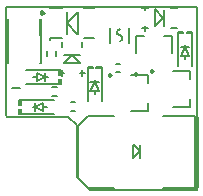
<source format=gto>
G04*
G04 #@! TF.GenerationSoftware,Altium Limited,Altium Designer,20.0.10 (225)*
G04*
G04 Layer_Color=65535*
%FSLAX25Y25*%
%MOIN*%
G70*
G01*
G75*
%ADD10C,0.00984*%
%ADD11C,0.00787*%
%ADD12C,0.01575*%
%ADD13C,0.00591*%
%ADD14C,0.00669*%
%ADD15C,0.00800*%
D10*
X49508Y40059D02*
X48770Y40485D01*
Y39633D01*
X49508Y40059D01*
X35531Y38780D02*
X34793Y39206D01*
Y38353D01*
X35531Y38780D01*
X44193Y39075D02*
X43455Y39501D01*
Y38649D01*
X44193Y39075D01*
X12894Y59587D02*
X12156Y60013D01*
Y59160D01*
X12894Y59587D01*
D11*
X38287Y50012D02*
X39140Y50504D01*
Y51489D01*
X38287Y51981D01*
Y53958D02*
X37435Y53466D01*
Y52482D01*
X38287Y51990D01*
X24114Y4721D02*
Y21944D01*
X394Y25394D02*
X867Y24921D01*
X21137D01*
X28441Y394D02*
X64075D01*
X21137Y24921D02*
X24114Y21944D01*
X394Y25394D02*
Y61516D01*
X64075D01*
Y394D02*
Y61516D01*
X24114Y4721D02*
X28441Y394D01*
X27739Y1083D02*
X36319D01*
X24311Y4548D02*
Y21752D01*
X63386Y1083D02*
Y25098D01*
X52756D02*
X63386D01*
X52756Y1083D02*
X63386D01*
X24311Y4548D02*
X27739Y1083D01*
X24311Y21752D02*
X27657Y25098D01*
X36319D01*
X42618Y11122D02*
Y15453D01*
X42815Y11122D02*
X44980Y13287D01*
X42618Y11122D02*
X42815D01*
X43012Y15453D02*
X44980Y13484D01*
X42618Y15453D02*
X43012D01*
X44980Y11122D02*
Y12697D01*
Y11122D02*
Y15453D01*
X45866Y61122D02*
X47677D01*
X52913Y55059D02*
Y60492D01*
X46752Y53543D02*
Y55216D01*
X50197Y60610D02*
X52874Y57933D01*
X55512Y61122D02*
X57283D01*
X55512Y54390D02*
X57283D01*
X45866D02*
X47677D01*
X50197Y55059D02*
X52874Y57736D01*
X50197Y55059D02*
Y60492D01*
X52874Y57736D02*
Y57933D01*
X46752Y60335D02*
Y61811D01*
X61693Y27953D02*
Y30610D01*
Y37303D02*
Y40158D01*
X55886D02*
X61693D01*
X55886Y27953D02*
X61693D01*
X47717Y26673D02*
Y29331D01*
Y36024D02*
Y38878D01*
X41909D02*
X47717D01*
X41909Y26673D02*
X47717D01*
X55807Y45945D02*
Y51752D01*
X43602Y45945D02*
Y51752D01*
X46457D01*
X53150D02*
X55807D01*
X984Y42913D02*
Y57480D01*
X12008Y42913D02*
Y57480D01*
X984Y42913D02*
X1181D01*
Y52165D02*
Y57480D01*
X11811Y42913D02*
X12008D01*
X11811Y52165D02*
Y57480D01*
X15157Y61024D02*
Y61614D01*
X20669Y55945D02*
Y56142D01*
X24252Y52480D02*
Y59724D01*
X20669Y56142D02*
X24252Y59724D01*
X20669Y55945D02*
X24168Y52446D01*
X20630Y52480D02*
Y59724D01*
X15157Y51181D02*
X19016D01*
X15157Y50591D02*
Y51181D01*
X26339D02*
X29724D01*
X26339Y61024D02*
X29724D01*
X15157D02*
X19016D01*
X2264Y34606D02*
X5217D01*
X18406Y39370D02*
X19882D01*
X22284Y45492D02*
X22480D01*
X19724Y42815D02*
X25157D01*
X22480Y45492D02*
X25157Y42815D01*
X25827Y38484D02*
Y40295D01*
Y48130D02*
Y49902D01*
X19094Y48130D02*
Y49902D01*
X19606Y42815D02*
X22284Y45492D01*
X25000Y39370D02*
X26673D01*
X19724Y45531D02*
X25157D01*
X19094Y38484D02*
Y40295D01*
X35138Y49508D02*
Y54429D01*
X41437Y49508D02*
Y54429D01*
D12*
X63779Y1772D02*
Y24311D01*
D13*
X4811Y25886D02*
X16339D01*
X4811Y30512D02*
X16339D01*
X4811Y28756D02*
Y30512D01*
Y29150D02*
X5311D01*
Y25984D02*
Y27543D01*
X4811Y27150D02*
X5311D01*
X4811Y25886D02*
Y27543D01*
X5311Y28756D02*
Y30512D01*
X57776Y41732D02*
Y53260D01*
X62402Y41732D02*
Y53260D01*
X60646D02*
X62402D01*
X61039Y52760D02*
Y53260D01*
X57874Y52760D02*
X59433D01*
X59039D02*
Y53260D01*
X57776D02*
X59433D01*
X60646Y52760D02*
X62402D01*
X7185Y40453D02*
X18713D01*
X7185Y35827D02*
X18713D01*
Y37583D01*
X18213Y37189D02*
X18713D01*
X18213Y38795D02*
Y40354D01*
Y39189D02*
X18713D01*
Y38795D02*
Y40453D01*
X18213Y35827D02*
Y37583D01*
X27657Y30020D02*
Y41547D01*
X32283Y30020D02*
Y41547D01*
X30527D02*
X32283D01*
X30921Y41047D02*
Y41547D01*
X27756Y41047D02*
X29315D01*
X28921D02*
Y41547D01*
X27657D02*
X29315D01*
X30527Y41047D02*
X32283D01*
D14*
X10039Y26772D02*
Y29528D01*
Y28150D02*
X12795Y26772D01*
X9252Y28150D02*
X10039D01*
X12795D02*
X13976D01*
X12795Y26772D02*
Y29528D01*
X10039Y28150D02*
X12795Y29528D01*
X58661Y48031D02*
X61417D01*
X58661Y45276D02*
X60039Y48031D01*
Y48819D01*
Y44094D02*
Y45276D01*
X58661D02*
X61417D01*
X60039Y48031D02*
X61417Y45276D01*
X13484Y36811D02*
Y39567D01*
X10728D02*
X13484Y38189D01*
X14272D01*
X9547D02*
X10728D01*
Y36811D02*
Y39567D01*
Y36811D02*
X13484Y38189D01*
X28543Y36319D02*
X31299D01*
X28543Y33563D02*
X29921Y36319D01*
Y37106D01*
Y32382D02*
Y33563D01*
X28543D02*
X31299D01*
X29921Y36319D02*
X31299Y33563D01*
D15*
X21945Y26886D02*
X23519Y26886D01*
X21949Y29823D02*
X23524Y29823D01*
X15752Y34629D02*
X17327Y34629D01*
X15748Y31693D02*
X17323Y31693D01*
X36914Y42602D02*
X38488Y42602D01*
X36909Y39665D02*
X38484Y39665D01*
X16913Y45075D02*
X16913Y46649D01*
X13976Y45079D02*
X13976Y46654D01*
M02*

</source>
